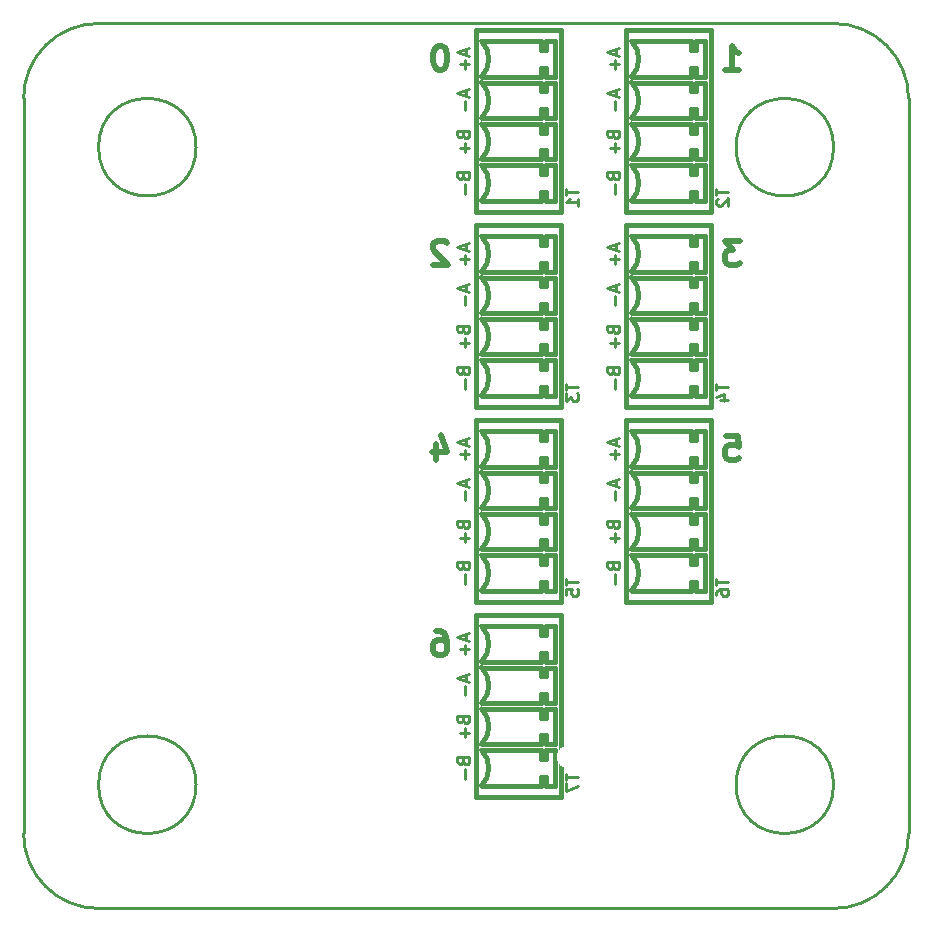
<source format=gbo>
G04 #@! TF.GenerationSoftware,KiCad,Pcbnew,6.0.0-rc1-unknown-4a641ec~66~ubuntu18.04.1*
G04 #@! TF.CreationDate,2019-02-05T16:16:11-05:00
G04 #@! TF.ProjectId,ethoscope_stepper_controller_3x3,6574686f-7363-46f7-9065-5f7374657070,1.1*
G04 #@! TF.SameCoordinates,Original*
G04 #@! TF.FileFunction,Legend,Bot*
G04 #@! TF.FilePolarity,Positive*
%FSLAX46Y46*%
G04 Gerber Fmt 4.6, Leading zero omitted, Abs format (unit mm)*
G04 Created by KiCad (PCBNEW 6.0.0-rc1-unknown-4a641ec~66~ubuntu18.04.1) date 2019-02-05 16:16:11*
%MOMM*%
%LPD*%
G04 APERTURE LIST*
%ADD10C,0.228600*%
%ADD11C,0.381000*%
%ADD12C,0.254000*%
%ADD13C,0.508000*%
%ADD14C,2.342000*%
%ADD15C,1.902000*%
%ADD16C,4.502000*%
%ADD17O,2.542000X1.526000*%
%ADD18R,2.542000X1.526000*%
%ADD19C,3.558000*%
%ADD20O,1.526000X2.034000*%
G04 APERTURE END LIST*
D10*
X189865000Y-132715000D02*
X189865000Y-70485000D01*
X121285000Y-139065000D02*
X183515000Y-139065000D01*
X114935000Y-70485000D02*
X114935000Y-132715000D01*
X121285000Y-64135000D02*
X183515000Y-64135000D01*
X189865000Y-132715000D02*
G75*
G02X183515000Y-139065000I-6350000J0D01*
G01*
X121285000Y-139065000D02*
G75*
G02X114935000Y-132715000I0J6350000D01*
G01*
X183515000Y-64135000D02*
G75*
G02X189865000Y-70485000I0J-6350000D01*
G01*
X114935000Y-70485000D02*
G75*
G02X121285000Y-64135000I6350000J0D01*
G01*
D11*
X158710000Y-79140000D02*
X158710000Y-78390000D01*
X158710000Y-78390000D02*
X159210000Y-78390000D01*
X159210000Y-78390000D02*
X159210000Y-79140000D01*
X159210000Y-79140000D02*
X159960000Y-79140000D01*
X158710000Y-76140000D02*
X158710000Y-76890000D01*
X158710000Y-76890000D02*
X159210000Y-76890000D01*
X159210000Y-76890000D02*
X159210000Y-76140000D01*
X159210000Y-76140000D02*
X159960000Y-76140000D01*
X158710000Y-75640000D02*
X158710000Y-74890000D01*
X158710000Y-74890000D02*
X159210000Y-74890000D01*
X159210000Y-74890000D02*
X159210000Y-75640000D01*
X159210000Y-75640000D02*
X159960000Y-75640000D01*
X158710000Y-72640000D02*
X158710000Y-73390000D01*
X158710000Y-73390000D02*
X159210000Y-73390000D01*
X159210000Y-73390000D02*
X159210000Y-72640000D01*
X159210000Y-72640000D02*
X159960000Y-72640000D01*
X158710000Y-72140000D02*
X158710000Y-71390000D01*
X158710000Y-71390000D02*
X159210000Y-71390000D01*
X159210000Y-71390000D02*
X159210000Y-72140000D01*
X159210000Y-72140000D02*
X159960000Y-72140000D01*
X158710000Y-69140000D02*
X158710000Y-69890000D01*
X158710000Y-69890000D02*
X159210000Y-69890000D01*
X159210000Y-69890000D02*
X159210000Y-69140000D01*
X159210000Y-69140000D02*
X159960000Y-69140000D01*
X158710000Y-67890000D02*
X159210000Y-67890000D01*
X159210000Y-67890000D02*
X159210000Y-68640000D01*
X159210000Y-68640000D02*
X159960000Y-68640000D01*
X158710000Y-66390000D02*
X159210000Y-66390000D01*
X159210000Y-66390000D02*
X159210000Y-65640000D01*
X159210000Y-65640000D02*
X159960000Y-65640000D01*
X158710000Y-68640000D02*
X158710000Y-67890000D01*
X158710000Y-65640000D02*
X158710000Y-66390000D01*
X159960000Y-76140000D02*
X159960000Y-79140000D01*
X159960000Y-72640000D02*
X159960000Y-75640000D01*
X159960000Y-69140000D02*
X159960000Y-72140000D01*
X159960000Y-65640000D02*
X159960000Y-68640000D01*
X153710000Y-65640000D02*
G75*
G02X153710000Y-68640000I-1500000J-1500000D01*
G01*
X153710000Y-69140000D02*
G75*
G02X153710000Y-72140000I-1500000J-1500000D01*
G01*
X153710000Y-72640000D02*
G75*
G02X153710000Y-75640000I-1500000J-1500000D01*
G01*
X153710000Y-76140000D02*
G75*
G02X153710000Y-79140000I-1500000J-1500000D01*
G01*
X153710000Y-65640000D02*
X158710000Y-65640000D01*
X153710000Y-79140000D02*
X158710000Y-79140000D01*
X153710000Y-68640000D02*
X158710000Y-68640000D01*
X153710000Y-69140000D02*
X158710000Y-69140000D01*
X153710000Y-75640000D02*
X158710000Y-75640000D01*
X153710000Y-76140000D02*
X158710000Y-76140000D01*
X153710000Y-72140000D02*
X158710000Y-72140000D01*
X153710000Y-72640000D02*
X158710000Y-72640000D01*
X153210000Y-64690000D02*
X160460000Y-64690000D01*
X160460000Y-80090000D02*
X160460000Y-64690000D01*
X153210000Y-80090000D02*
X160460000Y-80090000D01*
X153210000Y-80090000D02*
X153210000Y-64690000D01*
X171410000Y-79140000D02*
X171410000Y-78390000D01*
X171410000Y-78390000D02*
X171910000Y-78390000D01*
X171910000Y-78390000D02*
X171910000Y-79140000D01*
X171910000Y-79140000D02*
X172660000Y-79140000D01*
X171410000Y-76140000D02*
X171410000Y-76890000D01*
X171410000Y-76890000D02*
X171910000Y-76890000D01*
X171910000Y-76890000D02*
X171910000Y-76140000D01*
X171910000Y-76140000D02*
X172660000Y-76140000D01*
X171410000Y-75640000D02*
X171410000Y-74890000D01*
X171410000Y-74890000D02*
X171910000Y-74890000D01*
X171910000Y-74890000D02*
X171910000Y-75640000D01*
X171910000Y-75640000D02*
X172660000Y-75640000D01*
X171410000Y-72640000D02*
X171410000Y-73390000D01*
X171410000Y-73390000D02*
X171910000Y-73390000D01*
X171910000Y-73390000D02*
X171910000Y-72640000D01*
X171910000Y-72640000D02*
X172660000Y-72640000D01*
X171410000Y-72140000D02*
X171410000Y-71390000D01*
X171410000Y-71390000D02*
X171910000Y-71390000D01*
X171910000Y-71390000D02*
X171910000Y-72140000D01*
X171910000Y-72140000D02*
X172660000Y-72140000D01*
X171410000Y-69140000D02*
X171410000Y-69890000D01*
X171410000Y-69890000D02*
X171910000Y-69890000D01*
X171910000Y-69890000D02*
X171910000Y-69140000D01*
X171910000Y-69140000D02*
X172660000Y-69140000D01*
X171410000Y-67890000D02*
X171910000Y-67890000D01*
X171910000Y-67890000D02*
X171910000Y-68640000D01*
X171910000Y-68640000D02*
X172660000Y-68640000D01*
X171410000Y-66390000D02*
X171910000Y-66390000D01*
X171910000Y-66390000D02*
X171910000Y-65640000D01*
X171910000Y-65640000D02*
X172660000Y-65640000D01*
X171410000Y-68640000D02*
X171410000Y-67890000D01*
X171410000Y-65640000D02*
X171410000Y-66390000D01*
X172660000Y-76140000D02*
X172660000Y-79140000D01*
X172660000Y-72640000D02*
X172660000Y-75640000D01*
X172660000Y-69140000D02*
X172660000Y-72140000D01*
X172660000Y-65640000D02*
X172660000Y-68640000D01*
X166410000Y-65640000D02*
G75*
G02X166410000Y-68640000I-1500000J-1500000D01*
G01*
X166410000Y-69140000D02*
G75*
G02X166410000Y-72140000I-1500000J-1500000D01*
G01*
X166410000Y-72640000D02*
G75*
G02X166410000Y-75640000I-1500000J-1500000D01*
G01*
X166410000Y-76140000D02*
G75*
G02X166410000Y-79140000I-1500000J-1500000D01*
G01*
X166410000Y-65640000D02*
X171410000Y-65640000D01*
X166410000Y-79140000D02*
X171410000Y-79140000D01*
X166410000Y-68640000D02*
X171410000Y-68640000D01*
X166410000Y-69140000D02*
X171410000Y-69140000D01*
X166410000Y-75640000D02*
X171410000Y-75640000D01*
X166410000Y-76140000D02*
X171410000Y-76140000D01*
X166410000Y-72140000D02*
X171410000Y-72140000D01*
X166410000Y-72640000D02*
X171410000Y-72640000D01*
X165910000Y-64690000D02*
X173160000Y-64690000D01*
X173160000Y-80090000D02*
X173160000Y-64690000D01*
X165910000Y-80090000D02*
X173160000Y-80090000D01*
X165910000Y-80090000D02*
X165910000Y-64690000D01*
X158710000Y-95650000D02*
X158710000Y-94900000D01*
X158710000Y-94900000D02*
X159210000Y-94900000D01*
X159210000Y-94900000D02*
X159210000Y-95650000D01*
X159210000Y-95650000D02*
X159960000Y-95650000D01*
X158710000Y-92650000D02*
X158710000Y-93400000D01*
X158710000Y-93400000D02*
X159210000Y-93400000D01*
X159210000Y-93400000D02*
X159210000Y-92650000D01*
X159210000Y-92650000D02*
X159960000Y-92650000D01*
X158710000Y-92150000D02*
X158710000Y-91400000D01*
X158710000Y-91400000D02*
X159210000Y-91400000D01*
X159210000Y-91400000D02*
X159210000Y-92150000D01*
X159210000Y-92150000D02*
X159960000Y-92150000D01*
X158710000Y-89150000D02*
X158710000Y-89900000D01*
X158710000Y-89900000D02*
X159210000Y-89900000D01*
X159210000Y-89900000D02*
X159210000Y-89150000D01*
X159210000Y-89150000D02*
X159960000Y-89150000D01*
X158710000Y-88650000D02*
X158710000Y-87900000D01*
X158710000Y-87900000D02*
X159210000Y-87900000D01*
X159210000Y-87900000D02*
X159210000Y-88650000D01*
X159210000Y-88650000D02*
X159960000Y-88650000D01*
X158710000Y-85650000D02*
X158710000Y-86400000D01*
X158710000Y-86400000D02*
X159210000Y-86400000D01*
X159210000Y-86400000D02*
X159210000Y-85650000D01*
X159210000Y-85650000D02*
X159960000Y-85650000D01*
X158710000Y-84400000D02*
X159210000Y-84400000D01*
X159210000Y-84400000D02*
X159210000Y-85150000D01*
X159210000Y-85150000D02*
X159960000Y-85150000D01*
X158710000Y-82900000D02*
X159210000Y-82900000D01*
X159210000Y-82900000D02*
X159210000Y-82150000D01*
X159210000Y-82150000D02*
X159960000Y-82150000D01*
X158710000Y-85150000D02*
X158710000Y-84400000D01*
X158710000Y-82150000D02*
X158710000Y-82900000D01*
X159960000Y-92650000D02*
X159960000Y-95650000D01*
X159960000Y-89150000D02*
X159960000Y-92150000D01*
X159960000Y-85650000D02*
X159960000Y-88650000D01*
X159960000Y-82150000D02*
X159960000Y-85150000D01*
X153710000Y-82150000D02*
G75*
G02X153710000Y-85150000I-1500000J-1500000D01*
G01*
X153710000Y-85650000D02*
G75*
G02X153710000Y-88650000I-1500000J-1500000D01*
G01*
X153710000Y-89150000D02*
G75*
G02X153710000Y-92150000I-1500000J-1500000D01*
G01*
X153710000Y-92650000D02*
G75*
G02X153710000Y-95650000I-1500000J-1500000D01*
G01*
X153710000Y-82150000D02*
X158710000Y-82150000D01*
X153710000Y-95650000D02*
X158710000Y-95650000D01*
X153710000Y-85150000D02*
X158710000Y-85150000D01*
X153710000Y-85650000D02*
X158710000Y-85650000D01*
X153710000Y-92150000D02*
X158710000Y-92150000D01*
X153710000Y-92650000D02*
X158710000Y-92650000D01*
X153710000Y-88650000D02*
X158710000Y-88650000D01*
X153710000Y-89150000D02*
X158710000Y-89150000D01*
X153210000Y-81200000D02*
X160460000Y-81200000D01*
X160460000Y-96600000D02*
X160460000Y-81200000D01*
X153210000Y-96600000D02*
X160460000Y-96600000D01*
X153210000Y-96600000D02*
X153210000Y-81200000D01*
X171410000Y-95650000D02*
X171410000Y-94900000D01*
X171410000Y-94900000D02*
X171910000Y-94900000D01*
X171910000Y-94900000D02*
X171910000Y-95650000D01*
X171910000Y-95650000D02*
X172660000Y-95650000D01*
X171410000Y-92650000D02*
X171410000Y-93400000D01*
X171410000Y-93400000D02*
X171910000Y-93400000D01*
X171910000Y-93400000D02*
X171910000Y-92650000D01*
X171910000Y-92650000D02*
X172660000Y-92650000D01*
X171410000Y-92150000D02*
X171410000Y-91400000D01*
X171410000Y-91400000D02*
X171910000Y-91400000D01*
X171910000Y-91400000D02*
X171910000Y-92150000D01*
X171910000Y-92150000D02*
X172660000Y-92150000D01*
X171410000Y-89150000D02*
X171410000Y-89900000D01*
X171410000Y-89900000D02*
X171910000Y-89900000D01*
X171910000Y-89900000D02*
X171910000Y-89150000D01*
X171910000Y-89150000D02*
X172660000Y-89150000D01*
X171410000Y-88650000D02*
X171410000Y-87900000D01*
X171410000Y-87900000D02*
X171910000Y-87900000D01*
X171910000Y-87900000D02*
X171910000Y-88650000D01*
X171910000Y-88650000D02*
X172660000Y-88650000D01*
X171410000Y-85650000D02*
X171410000Y-86400000D01*
X171410000Y-86400000D02*
X171910000Y-86400000D01*
X171910000Y-86400000D02*
X171910000Y-85650000D01*
X171910000Y-85650000D02*
X172660000Y-85650000D01*
X171410000Y-84400000D02*
X171910000Y-84400000D01*
X171910000Y-84400000D02*
X171910000Y-85150000D01*
X171910000Y-85150000D02*
X172660000Y-85150000D01*
X171410000Y-82900000D02*
X171910000Y-82900000D01*
X171910000Y-82900000D02*
X171910000Y-82150000D01*
X171910000Y-82150000D02*
X172660000Y-82150000D01*
X171410000Y-85150000D02*
X171410000Y-84400000D01*
X171410000Y-82150000D02*
X171410000Y-82900000D01*
X172660000Y-92650000D02*
X172660000Y-95650000D01*
X172660000Y-89150000D02*
X172660000Y-92150000D01*
X172660000Y-85650000D02*
X172660000Y-88650000D01*
X172660000Y-82150000D02*
X172660000Y-85150000D01*
X166410000Y-82150000D02*
G75*
G02X166410000Y-85150000I-1500000J-1500000D01*
G01*
X166410000Y-85650000D02*
G75*
G02X166410000Y-88650000I-1500000J-1500000D01*
G01*
X166410000Y-89150000D02*
G75*
G02X166410000Y-92150000I-1500000J-1500000D01*
G01*
X166410000Y-92650000D02*
G75*
G02X166410000Y-95650000I-1500000J-1500000D01*
G01*
X166410000Y-82150000D02*
X171410000Y-82150000D01*
X166410000Y-95650000D02*
X171410000Y-95650000D01*
X166410000Y-85150000D02*
X171410000Y-85150000D01*
X166410000Y-85650000D02*
X171410000Y-85650000D01*
X166410000Y-92150000D02*
X171410000Y-92150000D01*
X166410000Y-92650000D02*
X171410000Y-92650000D01*
X166410000Y-88650000D02*
X171410000Y-88650000D01*
X166410000Y-89150000D02*
X171410000Y-89150000D01*
X165910000Y-81200000D02*
X173160000Y-81200000D01*
X173160000Y-96600000D02*
X173160000Y-81200000D01*
X165910000Y-96600000D02*
X173160000Y-96600000D01*
X165910000Y-96600000D02*
X165910000Y-81200000D01*
X158710000Y-112160000D02*
X158710000Y-111410000D01*
X158710000Y-111410000D02*
X159210000Y-111410000D01*
X159210000Y-111410000D02*
X159210000Y-112160000D01*
X159210000Y-112160000D02*
X159960000Y-112160000D01*
X158710000Y-109160000D02*
X158710000Y-109910000D01*
X158710000Y-109910000D02*
X159210000Y-109910000D01*
X159210000Y-109910000D02*
X159210000Y-109160000D01*
X159210000Y-109160000D02*
X159960000Y-109160000D01*
X158710000Y-108660000D02*
X158710000Y-107910000D01*
X158710000Y-107910000D02*
X159210000Y-107910000D01*
X159210000Y-107910000D02*
X159210000Y-108660000D01*
X159210000Y-108660000D02*
X159960000Y-108660000D01*
X158710000Y-105660000D02*
X158710000Y-106410000D01*
X158710000Y-106410000D02*
X159210000Y-106410000D01*
X159210000Y-106410000D02*
X159210000Y-105660000D01*
X159210000Y-105660000D02*
X159960000Y-105660000D01*
X158710000Y-105160000D02*
X158710000Y-104410000D01*
X158710000Y-104410000D02*
X159210000Y-104410000D01*
X159210000Y-104410000D02*
X159210000Y-105160000D01*
X159210000Y-105160000D02*
X159960000Y-105160000D01*
X158710000Y-102160000D02*
X158710000Y-102910000D01*
X158710000Y-102910000D02*
X159210000Y-102910000D01*
X159210000Y-102910000D02*
X159210000Y-102160000D01*
X159210000Y-102160000D02*
X159960000Y-102160000D01*
X158710000Y-100910000D02*
X159210000Y-100910000D01*
X159210000Y-100910000D02*
X159210000Y-101660000D01*
X159210000Y-101660000D02*
X159960000Y-101660000D01*
X158710000Y-99410000D02*
X159210000Y-99410000D01*
X159210000Y-99410000D02*
X159210000Y-98660000D01*
X159210000Y-98660000D02*
X159960000Y-98660000D01*
X158710000Y-101660000D02*
X158710000Y-100910000D01*
X158710000Y-98660000D02*
X158710000Y-99410000D01*
X159960000Y-109160000D02*
X159960000Y-112160000D01*
X159960000Y-105660000D02*
X159960000Y-108660000D01*
X159960000Y-102160000D02*
X159960000Y-105160000D01*
X159960000Y-98660000D02*
X159960000Y-101660000D01*
X153710000Y-98660000D02*
G75*
G02X153710000Y-101660000I-1500000J-1500000D01*
G01*
X153710000Y-102160000D02*
G75*
G02X153710000Y-105160000I-1500000J-1500000D01*
G01*
X153710000Y-105660000D02*
G75*
G02X153710000Y-108660000I-1500000J-1500000D01*
G01*
X153710000Y-109160000D02*
G75*
G02X153710000Y-112160000I-1500000J-1500000D01*
G01*
X153710000Y-98660000D02*
X158710000Y-98660000D01*
X153710000Y-112160000D02*
X158710000Y-112160000D01*
X153710000Y-101660000D02*
X158710000Y-101660000D01*
X153710000Y-102160000D02*
X158710000Y-102160000D01*
X153710000Y-108660000D02*
X158710000Y-108660000D01*
X153710000Y-109160000D02*
X158710000Y-109160000D01*
X153710000Y-105160000D02*
X158710000Y-105160000D01*
X153710000Y-105660000D02*
X158710000Y-105660000D01*
X153210000Y-97710000D02*
X160460000Y-97710000D01*
X160460000Y-113110000D02*
X160460000Y-97710000D01*
X153210000Y-113110000D02*
X160460000Y-113110000D01*
X153210000Y-113110000D02*
X153210000Y-97710000D01*
X171410000Y-112160000D02*
X171410000Y-111410000D01*
X171410000Y-111410000D02*
X171910000Y-111410000D01*
X171910000Y-111410000D02*
X171910000Y-112160000D01*
X171910000Y-112160000D02*
X172660000Y-112160000D01*
X171410000Y-109160000D02*
X171410000Y-109910000D01*
X171410000Y-109910000D02*
X171910000Y-109910000D01*
X171910000Y-109910000D02*
X171910000Y-109160000D01*
X171910000Y-109160000D02*
X172660000Y-109160000D01*
X171410000Y-108660000D02*
X171410000Y-107910000D01*
X171410000Y-107910000D02*
X171910000Y-107910000D01*
X171910000Y-107910000D02*
X171910000Y-108660000D01*
X171910000Y-108660000D02*
X172660000Y-108660000D01*
X171410000Y-105660000D02*
X171410000Y-106410000D01*
X171410000Y-106410000D02*
X171910000Y-106410000D01*
X171910000Y-106410000D02*
X171910000Y-105660000D01*
X171910000Y-105660000D02*
X172660000Y-105660000D01*
X171410000Y-105160000D02*
X171410000Y-104410000D01*
X171410000Y-104410000D02*
X171910000Y-104410000D01*
X171910000Y-104410000D02*
X171910000Y-105160000D01*
X171910000Y-105160000D02*
X172660000Y-105160000D01*
X171410000Y-102160000D02*
X171410000Y-102910000D01*
X171410000Y-102910000D02*
X171910000Y-102910000D01*
X171910000Y-102910000D02*
X171910000Y-102160000D01*
X171910000Y-102160000D02*
X172660000Y-102160000D01*
X171410000Y-100910000D02*
X171910000Y-100910000D01*
X171910000Y-100910000D02*
X171910000Y-101660000D01*
X171910000Y-101660000D02*
X172660000Y-101660000D01*
X171410000Y-99410000D02*
X171910000Y-99410000D01*
X171910000Y-99410000D02*
X171910000Y-98660000D01*
X171910000Y-98660000D02*
X172660000Y-98660000D01*
X171410000Y-101660000D02*
X171410000Y-100910000D01*
X171410000Y-98660000D02*
X171410000Y-99410000D01*
X172660000Y-109160000D02*
X172660000Y-112160000D01*
X172660000Y-105660000D02*
X172660000Y-108660000D01*
X172660000Y-102160000D02*
X172660000Y-105160000D01*
X172660000Y-98660000D02*
X172660000Y-101660000D01*
X166410000Y-98660000D02*
G75*
G02X166410000Y-101660000I-1500000J-1500000D01*
G01*
X166410000Y-102160000D02*
G75*
G02X166410000Y-105160000I-1500000J-1500000D01*
G01*
X166410000Y-105660000D02*
G75*
G02X166410000Y-108660000I-1500000J-1500000D01*
G01*
X166410000Y-109160000D02*
G75*
G02X166410000Y-112160000I-1500000J-1500000D01*
G01*
X166410000Y-98660000D02*
X171410000Y-98660000D01*
X166410000Y-112160000D02*
X171410000Y-112160000D01*
X166410000Y-101660000D02*
X171410000Y-101660000D01*
X166410000Y-102160000D02*
X171410000Y-102160000D01*
X166410000Y-108660000D02*
X171410000Y-108660000D01*
X166410000Y-109160000D02*
X171410000Y-109160000D01*
X166410000Y-105160000D02*
X171410000Y-105160000D01*
X166410000Y-105660000D02*
X171410000Y-105660000D01*
X165910000Y-97710000D02*
X173160000Y-97710000D01*
X173160000Y-113110000D02*
X173160000Y-97710000D01*
X165910000Y-113110000D02*
X173160000Y-113110000D01*
X165910000Y-113110000D02*
X165910000Y-97710000D01*
X158710000Y-128670000D02*
X158710000Y-127920000D01*
X158710000Y-127920000D02*
X159210000Y-127920000D01*
X159210000Y-127920000D02*
X159210000Y-128670000D01*
X159210000Y-128670000D02*
X159960000Y-128670000D01*
X158710000Y-125670000D02*
X158710000Y-126420000D01*
X158710000Y-126420000D02*
X159210000Y-126420000D01*
X159210000Y-126420000D02*
X159210000Y-125670000D01*
X159210000Y-125670000D02*
X159960000Y-125670000D01*
X158710000Y-125170000D02*
X158710000Y-124420000D01*
X158710000Y-124420000D02*
X159210000Y-124420000D01*
X159210000Y-124420000D02*
X159210000Y-125170000D01*
X159210000Y-125170000D02*
X159960000Y-125170000D01*
X158710000Y-122170000D02*
X158710000Y-122920000D01*
X158710000Y-122920000D02*
X159210000Y-122920000D01*
X159210000Y-122920000D02*
X159210000Y-122170000D01*
X159210000Y-122170000D02*
X159960000Y-122170000D01*
X158710000Y-121670000D02*
X158710000Y-120920000D01*
X158710000Y-120920000D02*
X159210000Y-120920000D01*
X159210000Y-120920000D02*
X159210000Y-121670000D01*
X159210000Y-121670000D02*
X159960000Y-121670000D01*
X158710000Y-118670000D02*
X158710000Y-119420000D01*
X158710000Y-119420000D02*
X159210000Y-119420000D01*
X159210000Y-119420000D02*
X159210000Y-118670000D01*
X159210000Y-118670000D02*
X159960000Y-118670000D01*
X158710000Y-117420000D02*
X159210000Y-117420000D01*
X159210000Y-117420000D02*
X159210000Y-118170000D01*
X159210000Y-118170000D02*
X159960000Y-118170000D01*
X158710000Y-115920000D02*
X159210000Y-115920000D01*
X159210000Y-115920000D02*
X159210000Y-115170000D01*
X159210000Y-115170000D02*
X159960000Y-115170000D01*
X158710000Y-118170000D02*
X158710000Y-117420000D01*
X158710000Y-115170000D02*
X158710000Y-115920000D01*
X159960000Y-125670000D02*
X159960000Y-128670000D01*
X159960000Y-122170000D02*
X159960000Y-125170000D01*
X159960000Y-118670000D02*
X159960000Y-121670000D01*
X159960000Y-115170000D02*
X159960000Y-118170000D01*
X153710000Y-115170000D02*
G75*
G02X153710000Y-118170000I-1500000J-1500000D01*
G01*
X153710000Y-118670000D02*
G75*
G02X153710000Y-121670000I-1500000J-1500000D01*
G01*
X153710000Y-122170000D02*
G75*
G02X153710000Y-125170000I-1500000J-1500000D01*
G01*
X153710000Y-125670000D02*
G75*
G02X153710000Y-128670000I-1500000J-1500000D01*
G01*
X153710000Y-115170000D02*
X158710000Y-115170000D01*
X153710000Y-128670000D02*
X158710000Y-128670000D01*
X153710000Y-118170000D02*
X158710000Y-118170000D01*
X153710000Y-118670000D02*
X158710000Y-118670000D01*
X153710000Y-125170000D02*
X158710000Y-125170000D01*
X153710000Y-125670000D02*
X158710000Y-125670000D01*
X153710000Y-121670000D02*
X158710000Y-121670000D01*
X153710000Y-122170000D02*
X158710000Y-122170000D01*
X153210000Y-114220000D02*
X160460000Y-114220000D01*
X160460000Y-129620000D02*
X160460000Y-114220000D01*
X153210000Y-129620000D02*
X160460000Y-129620000D01*
X153210000Y-129620000D02*
X153210000Y-114220000D01*
D10*
X183515500Y-128588000D02*
G75*
G03X183515500Y-128588000I-4127500J0D01*
G01*
X129539500Y-128588000D02*
G75*
G03X129539500Y-128588000I-4127500J0D01*
G01*
X129539500Y-74612500D02*
G75*
G03X129539500Y-74612500I-4127500J0D01*
G01*
X183515500Y-74612500D02*
G75*
G03X183515500Y-74612500I-4127500J0D01*
G01*
D12*
X160903619Y-78115904D02*
X160903619Y-78696476D01*
X161919619Y-78406190D02*
X160903619Y-78406190D01*
X161919619Y-79567333D02*
X161919619Y-78986761D01*
X161919619Y-79277047D02*
X160903619Y-79277047D01*
X161048761Y-79180285D01*
X161145523Y-79083523D01*
X161193904Y-78986761D01*
D13*
X150306761Y-66027238D02*
X150113238Y-66027238D01*
X149919714Y-66124000D01*
X149822952Y-66220761D01*
X149726190Y-66414285D01*
X149629428Y-66801333D01*
X149629428Y-67285142D01*
X149726190Y-67672190D01*
X149822952Y-67865714D01*
X149919714Y-67962476D01*
X150113238Y-68059238D01*
X150306761Y-68059238D01*
X150500285Y-67962476D01*
X150597047Y-67865714D01*
X150693809Y-67672190D01*
X150790571Y-67285142D01*
X150790571Y-66801333D01*
X150693809Y-66414285D01*
X150597047Y-66220761D01*
X150500285Y-66124000D01*
X150306761Y-66027238D01*
X150306761Y-66027238D02*
X150113238Y-66027238D01*
X149919714Y-66124000D01*
X149822952Y-66220761D01*
X149726190Y-66414285D01*
X149629428Y-66801333D01*
X149629428Y-67285142D01*
X149726190Y-67672190D01*
X149822952Y-67865714D01*
X149919714Y-67962476D01*
X150113238Y-68059238D01*
X150306761Y-68059238D01*
X150500285Y-67962476D01*
X150597047Y-67865714D01*
X150693809Y-67672190D01*
X150790571Y-67285142D01*
X150790571Y-66801333D01*
X150693809Y-66414285D01*
X150597047Y-66220761D01*
X150500285Y-66124000D01*
X150306761Y-66027238D01*
D12*
X152379333Y-66269142D02*
X152379333Y-66752952D01*
X152669619Y-66172380D02*
X151653619Y-66511047D01*
X152669619Y-66849714D01*
X152282571Y-67188380D02*
X152282571Y-67962476D01*
X152669619Y-67575428D02*
X151895523Y-67575428D01*
X152379333Y-69769142D02*
X152379333Y-70252952D01*
X152669619Y-69672380D02*
X151653619Y-70011047D01*
X152669619Y-70349714D01*
X152282571Y-70688380D02*
X152282571Y-71462476D01*
X152137428Y-73583619D02*
X152185809Y-73728761D01*
X152234190Y-73777142D01*
X152330952Y-73825523D01*
X152476095Y-73825523D01*
X152572857Y-73777142D01*
X152621238Y-73728761D01*
X152669619Y-73632000D01*
X152669619Y-73244952D01*
X151653619Y-73244952D01*
X151653619Y-73583619D01*
X151702000Y-73680380D01*
X151750380Y-73728761D01*
X151847142Y-73777142D01*
X151943904Y-73777142D01*
X152040666Y-73728761D01*
X152089047Y-73680380D01*
X152137428Y-73583619D01*
X152137428Y-73244952D01*
X152282571Y-74260952D02*
X152282571Y-75035047D01*
X152669619Y-74648000D02*
X151895523Y-74648000D01*
X152137428Y-77083619D02*
X152185809Y-77228761D01*
X152234190Y-77277142D01*
X152330952Y-77325523D01*
X152476095Y-77325523D01*
X152572857Y-77277142D01*
X152621238Y-77228761D01*
X152669619Y-77132000D01*
X152669619Y-76744952D01*
X151653619Y-76744952D01*
X151653619Y-77083619D01*
X151702000Y-77180380D01*
X151750380Y-77228761D01*
X151847142Y-77277142D01*
X151943904Y-77277142D01*
X152040666Y-77228761D01*
X152089047Y-77180380D01*
X152137428Y-77083619D01*
X152137428Y-76744952D01*
X152282571Y-77760952D02*
X152282571Y-78535047D01*
X173603619Y-78115904D02*
X173603619Y-78696476D01*
X174619619Y-78406190D02*
X173603619Y-78406190D01*
X173700380Y-78986761D02*
X173652000Y-79035142D01*
X173603619Y-79131904D01*
X173603619Y-79373809D01*
X173652000Y-79470571D01*
X173700380Y-79518952D01*
X173797142Y-79567333D01*
X173893904Y-79567333D01*
X174039047Y-79518952D01*
X174619619Y-78938380D01*
X174619619Y-79567333D01*
X165079333Y-66269142D02*
X165079333Y-66752952D01*
X165369619Y-66172380D02*
X164353619Y-66511047D01*
X165369619Y-66849714D01*
X164982571Y-67188380D02*
X164982571Y-67962476D01*
X165369619Y-67575428D02*
X164595523Y-67575428D01*
X165079333Y-69769142D02*
X165079333Y-70252952D01*
X165369619Y-69672380D02*
X164353619Y-70011047D01*
X165369619Y-70349714D01*
X164982571Y-70688380D02*
X164982571Y-71462476D01*
X164837428Y-73583619D02*
X164885809Y-73728761D01*
X164934190Y-73777142D01*
X165030952Y-73825523D01*
X165176095Y-73825523D01*
X165272857Y-73777142D01*
X165321238Y-73728761D01*
X165369619Y-73632000D01*
X165369619Y-73244952D01*
X164353619Y-73244952D01*
X164353619Y-73583619D01*
X164402000Y-73680380D01*
X164450380Y-73728761D01*
X164547142Y-73777142D01*
X164643904Y-73777142D01*
X164740666Y-73728761D01*
X164789047Y-73680380D01*
X164837428Y-73583619D01*
X164837428Y-73244952D01*
X164982571Y-74260952D02*
X164982571Y-75035047D01*
X165369619Y-74648000D02*
X164595523Y-74648000D01*
X164837428Y-77083619D02*
X164885809Y-77228761D01*
X164934190Y-77277142D01*
X165030952Y-77325523D01*
X165176095Y-77325523D01*
X165272857Y-77277142D01*
X165321238Y-77228761D01*
X165369619Y-77132000D01*
X165369619Y-76744952D01*
X164353619Y-76744952D01*
X164353619Y-77083619D01*
X164402000Y-77180380D01*
X164450380Y-77228761D01*
X164547142Y-77277142D01*
X164643904Y-77277142D01*
X164740666Y-77228761D01*
X164789047Y-77180380D01*
X164837428Y-77083619D01*
X164837428Y-76744952D01*
X164982571Y-77760952D02*
X164982571Y-78535047D01*
D13*
X174329428Y-68059238D02*
X175490571Y-68059238D01*
X174910000Y-68059238D02*
X174910000Y-66027238D01*
X175103523Y-66317523D01*
X175297047Y-66511047D01*
X175490571Y-66607809D01*
D12*
X160903619Y-94625904D02*
X160903619Y-95206476D01*
X161919619Y-94916190D02*
X160903619Y-94916190D01*
X160903619Y-95448380D02*
X160903619Y-96077333D01*
X161290666Y-95738666D01*
X161290666Y-95883809D01*
X161339047Y-95980571D01*
X161387428Y-96028952D01*
X161484190Y-96077333D01*
X161726095Y-96077333D01*
X161822857Y-96028952D01*
X161871238Y-95980571D01*
X161919619Y-95883809D01*
X161919619Y-95593523D01*
X161871238Y-95496761D01*
X161822857Y-95448380D01*
X152379333Y-82779142D02*
X152379333Y-83262952D01*
X152669619Y-82682380D02*
X151653619Y-83021047D01*
X152669619Y-83359714D01*
X152282571Y-83698380D02*
X152282571Y-84472476D01*
X152669619Y-84085428D02*
X151895523Y-84085428D01*
X152379333Y-86279142D02*
X152379333Y-86762952D01*
X152669619Y-86182380D02*
X151653619Y-86521047D01*
X152669619Y-86859714D01*
X152282571Y-87198380D02*
X152282571Y-87972476D01*
X152137428Y-90093619D02*
X152185809Y-90238761D01*
X152234190Y-90287142D01*
X152330952Y-90335523D01*
X152476095Y-90335523D01*
X152572857Y-90287142D01*
X152621238Y-90238761D01*
X152669619Y-90142000D01*
X152669619Y-89754952D01*
X151653619Y-89754952D01*
X151653619Y-90093619D01*
X151702000Y-90190380D01*
X151750380Y-90238761D01*
X151847142Y-90287142D01*
X151943904Y-90287142D01*
X152040666Y-90238761D01*
X152089047Y-90190380D01*
X152137428Y-90093619D01*
X152137428Y-89754952D01*
X152282571Y-90770952D02*
X152282571Y-91545047D01*
X152669619Y-91158000D02*
X151895523Y-91158000D01*
X152137428Y-93593619D02*
X152185809Y-93738761D01*
X152234190Y-93787142D01*
X152330952Y-93835523D01*
X152476095Y-93835523D01*
X152572857Y-93787142D01*
X152621238Y-93738761D01*
X152669619Y-93642000D01*
X152669619Y-93254952D01*
X151653619Y-93254952D01*
X151653619Y-93593619D01*
X151702000Y-93690380D01*
X151750380Y-93738761D01*
X151847142Y-93787142D01*
X151943904Y-93787142D01*
X152040666Y-93738761D01*
X152089047Y-93690380D01*
X152137428Y-93593619D01*
X152137428Y-93254952D01*
X152282571Y-94270952D02*
X152282571Y-95045047D01*
D13*
X150790571Y-82730761D02*
X150693809Y-82634000D01*
X150500285Y-82537238D01*
X150016476Y-82537238D01*
X149822952Y-82634000D01*
X149726190Y-82730761D01*
X149629428Y-82924285D01*
X149629428Y-83117809D01*
X149726190Y-83408095D01*
X150887333Y-84569238D01*
X149629428Y-84569238D01*
D12*
X173603619Y-94625904D02*
X173603619Y-95206476D01*
X174619619Y-94916190D02*
X173603619Y-94916190D01*
X173942285Y-95980571D02*
X174619619Y-95980571D01*
X173555238Y-95738666D02*
X174280952Y-95496761D01*
X174280952Y-96125714D01*
X165079333Y-82779142D02*
X165079333Y-83262952D01*
X165369619Y-82682380D02*
X164353619Y-83021047D01*
X165369619Y-83359714D01*
X164982571Y-83698380D02*
X164982571Y-84472476D01*
X165369619Y-84085428D02*
X164595523Y-84085428D01*
X165079333Y-86279142D02*
X165079333Y-86762952D01*
X165369619Y-86182380D02*
X164353619Y-86521047D01*
X165369619Y-86859714D01*
X164982571Y-87198380D02*
X164982571Y-87972476D01*
X164837428Y-90093619D02*
X164885809Y-90238761D01*
X164934190Y-90287142D01*
X165030952Y-90335523D01*
X165176095Y-90335523D01*
X165272857Y-90287142D01*
X165321238Y-90238761D01*
X165369619Y-90142000D01*
X165369619Y-89754952D01*
X164353619Y-89754952D01*
X164353619Y-90093619D01*
X164402000Y-90190380D01*
X164450380Y-90238761D01*
X164547142Y-90287142D01*
X164643904Y-90287142D01*
X164740666Y-90238761D01*
X164789047Y-90190380D01*
X164837428Y-90093619D01*
X164837428Y-89754952D01*
X164982571Y-90770952D02*
X164982571Y-91545047D01*
X165369619Y-91158000D02*
X164595523Y-91158000D01*
X164837428Y-93593619D02*
X164885809Y-93738761D01*
X164934190Y-93787142D01*
X165030952Y-93835523D01*
X165176095Y-93835523D01*
X165272857Y-93787142D01*
X165321238Y-93738761D01*
X165369619Y-93642000D01*
X165369619Y-93254952D01*
X164353619Y-93254952D01*
X164353619Y-93593619D01*
X164402000Y-93690380D01*
X164450380Y-93738761D01*
X164547142Y-93787142D01*
X164643904Y-93787142D01*
X164740666Y-93738761D01*
X164789047Y-93690380D01*
X164837428Y-93593619D01*
X164837428Y-93254952D01*
X164982571Y-94270952D02*
X164982571Y-95045047D01*
D13*
X175587333Y-82537238D02*
X174329428Y-82537238D01*
X175006761Y-83311333D01*
X174716476Y-83311333D01*
X174522952Y-83408095D01*
X174426190Y-83504857D01*
X174329428Y-83698380D01*
X174329428Y-84182190D01*
X174426190Y-84375714D01*
X174522952Y-84472476D01*
X174716476Y-84569238D01*
X175297047Y-84569238D01*
X175490571Y-84472476D01*
X175587333Y-84375714D01*
D12*
X160903619Y-111135904D02*
X160903619Y-111716476D01*
X161919619Y-111426190D02*
X160903619Y-111426190D01*
X160903619Y-112538952D02*
X160903619Y-112055142D01*
X161387428Y-112006761D01*
X161339047Y-112055142D01*
X161290666Y-112151904D01*
X161290666Y-112393809D01*
X161339047Y-112490571D01*
X161387428Y-112538952D01*
X161484190Y-112587333D01*
X161726095Y-112587333D01*
X161822857Y-112538952D01*
X161871238Y-112490571D01*
X161919619Y-112393809D01*
X161919619Y-112151904D01*
X161871238Y-112055142D01*
X161822857Y-112006761D01*
X152379333Y-99289142D02*
X152379333Y-99772952D01*
X152669619Y-99192380D02*
X151653619Y-99531047D01*
X152669619Y-99869714D01*
X152282571Y-100208380D02*
X152282571Y-100982476D01*
X152669619Y-100595428D02*
X151895523Y-100595428D01*
X152379333Y-102789142D02*
X152379333Y-103272952D01*
X152669619Y-102692380D02*
X151653619Y-103031047D01*
X152669619Y-103369714D01*
X152282571Y-103708380D02*
X152282571Y-104482476D01*
X152137428Y-106603619D02*
X152185809Y-106748761D01*
X152234190Y-106797142D01*
X152330952Y-106845523D01*
X152476095Y-106845523D01*
X152572857Y-106797142D01*
X152621238Y-106748761D01*
X152669619Y-106652000D01*
X152669619Y-106264952D01*
X151653619Y-106264952D01*
X151653619Y-106603619D01*
X151702000Y-106700380D01*
X151750380Y-106748761D01*
X151847142Y-106797142D01*
X151943904Y-106797142D01*
X152040666Y-106748761D01*
X152089047Y-106700380D01*
X152137428Y-106603619D01*
X152137428Y-106264952D01*
X152282571Y-107280952D02*
X152282571Y-108055047D01*
X152669619Y-107668000D02*
X151895523Y-107668000D01*
X152137428Y-110103619D02*
X152185809Y-110248761D01*
X152234190Y-110297142D01*
X152330952Y-110345523D01*
X152476095Y-110345523D01*
X152572857Y-110297142D01*
X152621238Y-110248761D01*
X152669619Y-110152000D01*
X152669619Y-109764952D01*
X151653619Y-109764952D01*
X151653619Y-110103619D01*
X151702000Y-110200380D01*
X151750380Y-110248761D01*
X151847142Y-110297142D01*
X151943904Y-110297142D01*
X152040666Y-110248761D01*
X152089047Y-110200380D01*
X152137428Y-110103619D01*
X152137428Y-109764952D01*
X152282571Y-110780952D02*
X152282571Y-111555047D01*
D13*
X149822952Y-99724571D02*
X149822952Y-101079238D01*
X150306761Y-98950476D02*
X150790571Y-100401904D01*
X149532666Y-100401904D01*
D12*
X173603619Y-111135904D02*
X173603619Y-111716476D01*
X174619619Y-111426190D02*
X173603619Y-111426190D01*
X173603619Y-112490571D02*
X173603619Y-112297047D01*
X173652000Y-112200285D01*
X173700380Y-112151904D01*
X173845523Y-112055142D01*
X174039047Y-112006761D01*
X174426095Y-112006761D01*
X174522857Y-112055142D01*
X174571238Y-112103523D01*
X174619619Y-112200285D01*
X174619619Y-112393809D01*
X174571238Y-112490571D01*
X174522857Y-112538952D01*
X174426095Y-112587333D01*
X174184190Y-112587333D01*
X174087428Y-112538952D01*
X174039047Y-112490571D01*
X173990666Y-112393809D01*
X173990666Y-112200285D01*
X174039047Y-112103523D01*
X174087428Y-112055142D01*
X174184190Y-112006761D01*
X165079333Y-99289142D02*
X165079333Y-99772952D01*
X165369619Y-99192380D02*
X164353619Y-99531047D01*
X165369619Y-99869714D01*
X164982571Y-100208380D02*
X164982571Y-100982476D01*
X165369619Y-100595428D02*
X164595523Y-100595428D01*
X165079333Y-102789142D02*
X165079333Y-103272952D01*
X165369619Y-102692380D02*
X164353619Y-103031047D01*
X165369619Y-103369714D01*
X164982571Y-103708380D02*
X164982571Y-104482476D01*
X164837428Y-106603619D02*
X164885809Y-106748761D01*
X164934190Y-106797142D01*
X165030952Y-106845523D01*
X165176095Y-106845523D01*
X165272857Y-106797142D01*
X165321238Y-106748761D01*
X165369619Y-106652000D01*
X165369619Y-106264952D01*
X164353619Y-106264952D01*
X164353619Y-106603619D01*
X164402000Y-106700380D01*
X164450380Y-106748761D01*
X164547142Y-106797142D01*
X164643904Y-106797142D01*
X164740666Y-106748761D01*
X164789047Y-106700380D01*
X164837428Y-106603619D01*
X164837428Y-106264952D01*
X164982571Y-107280952D02*
X164982571Y-108055047D01*
X165369619Y-107668000D02*
X164595523Y-107668000D01*
X164837428Y-110103619D02*
X164885809Y-110248761D01*
X164934190Y-110297142D01*
X165030952Y-110345523D01*
X165176095Y-110345523D01*
X165272857Y-110297142D01*
X165321238Y-110248761D01*
X165369619Y-110152000D01*
X165369619Y-109764952D01*
X164353619Y-109764952D01*
X164353619Y-110103619D01*
X164402000Y-110200380D01*
X164450380Y-110248761D01*
X164547142Y-110297142D01*
X164643904Y-110297142D01*
X164740666Y-110248761D01*
X164789047Y-110200380D01*
X164837428Y-110103619D01*
X164837428Y-109764952D01*
X164982571Y-110780952D02*
X164982571Y-111555047D01*
D13*
X174426190Y-99047238D02*
X175393809Y-99047238D01*
X175490571Y-100014857D01*
X175393809Y-99918095D01*
X175200285Y-99821333D01*
X174716476Y-99821333D01*
X174522952Y-99918095D01*
X174426190Y-100014857D01*
X174329428Y-100208380D01*
X174329428Y-100692190D01*
X174426190Y-100885714D01*
X174522952Y-100982476D01*
X174716476Y-101079238D01*
X175200285Y-101079238D01*
X175393809Y-100982476D01*
X175490571Y-100885714D01*
D12*
X160903619Y-127645904D02*
X160903619Y-128226476D01*
X161919619Y-127936190D02*
X160903619Y-127936190D01*
X160903619Y-128468380D02*
X160903619Y-129145714D01*
X161919619Y-128710285D01*
X152379333Y-115799142D02*
X152379333Y-116282952D01*
X152669619Y-115702380D02*
X151653619Y-116041047D01*
X152669619Y-116379714D01*
X152282571Y-116718380D02*
X152282571Y-117492476D01*
X152669619Y-117105428D02*
X151895523Y-117105428D01*
X152379333Y-119299142D02*
X152379333Y-119782952D01*
X152669619Y-119202380D02*
X151653619Y-119541047D01*
X152669619Y-119879714D01*
X152282571Y-120218380D02*
X152282571Y-120992476D01*
X152137428Y-123113619D02*
X152185809Y-123258761D01*
X152234190Y-123307142D01*
X152330952Y-123355523D01*
X152476095Y-123355523D01*
X152572857Y-123307142D01*
X152621238Y-123258761D01*
X152669619Y-123162000D01*
X152669619Y-122774952D01*
X151653619Y-122774952D01*
X151653619Y-123113619D01*
X151702000Y-123210380D01*
X151750380Y-123258761D01*
X151847142Y-123307142D01*
X151943904Y-123307142D01*
X152040666Y-123258761D01*
X152089047Y-123210380D01*
X152137428Y-123113619D01*
X152137428Y-122774952D01*
X152282571Y-123790952D02*
X152282571Y-124565047D01*
X152669619Y-124178000D02*
X151895523Y-124178000D01*
X152137428Y-126613619D02*
X152185809Y-126758761D01*
X152234190Y-126807142D01*
X152330952Y-126855523D01*
X152476095Y-126855523D01*
X152572857Y-126807142D01*
X152621238Y-126758761D01*
X152669619Y-126662000D01*
X152669619Y-126274952D01*
X151653619Y-126274952D01*
X151653619Y-126613619D01*
X151702000Y-126710380D01*
X151750380Y-126758761D01*
X151847142Y-126807142D01*
X151943904Y-126807142D01*
X152040666Y-126758761D01*
X152089047Y-126710380D01*
X152137428Y-126613619D01*
X152137428Y-126274952D01*
X152282571Y-127290952D02*
X152282571Y-128065047D01*
D13*
X149822952Y-115557238D02*
X150210000Y-115557238D01*
X150403523Y-115654000D01*
X150500285Y-115750761D01*
X150693809Y-116041047D01*
X150790571Y-116428095D01*
X150790571Y-117202190D01*
X150693809Y-117395714D01*
X150597047Y-117492476D01*
X150403523Y-117589238D01*
X150016476Y-117589238D01*
X149822952Y-117492476D01*
X149726190Y-117395714D01*
X149629428Y-117202190D01*
X149629428Y-116718380D01*
X149726190Y-116524857D01*
X149822952Y-116428095D01*
X150016476Y-116331333D01*
X150403523Y-116331333D01*
X150597047Y-116428095D01*
X150693809Y-116524857D01*
X150790571Y-116718380D01*
%LPC*%
D14*
X156210000Y-67140000D03*
X156210000Y-77640000D03*
X156210000Y-74140000D03*
X156210000Y-70640000D03*
X168910000Y-67140000D03*
X168910000Y-77640000D03*
X168910000Y-74140000D03*
X168910000Y-70640000D03*
X156210000Y-83650000D03*
X156210000Y-94150000D03*
X156210000Y-90650000D03*
X156210000Y-87150000D03*
X168910000Y-83650000D03*
X168910000Y-94150000D03*
X168910000Y-90650000D03*
X168910000Y-87150000D03*
X156210000Y-100160000D03*
X156210000Y-110660000D03*
X156210000Y-107160000D03*
X156210000Y-103660000D03*
X168910000Y-100160000D03*
X168910000Y-110660000D03*
X168910000Y-107160000D03*
X168910000Y-103660000D03*
X156210000Y-116670000D03*
X156210000Y-127170000D03*
X156210000Y-123670000D03*
X156210000Y-120170000D03*
D15*
X161000000Y-126270000D03*
X169200000Y-126270000D03*
D16*
X165100000Y-128270000D03*
D17*
X147320000Y-86360000D03*
X147320000Y-88900000D03*
D18*
X132080000Y-88900000D03*
D17*
X132080000Y-124460000D03*
X132080000Y-121920000D03*
X132080000Y-119380000D03*
X132080000Y-116840000D03*
X132080000Y-114300000D03*
X132080000Y-111760000D03*
X132080000Y-109220000D03*
X132080000Y-106680000D03*
X132080000Y-104140000D03*
X132080000Y-101600000D03*
X132080000Y-99060000D03*
X132080000Y-96520000D03*
X132080000Y-93980000D03*
X132080000Y-91440000D03*
X147320000Y-91440000D03*
X147320000Y-93980000D03*
X147320000Y-96520000D03*
X147320000Y-99060000D03*
X147320000Y-101600000D03*
X147320000Y-104140000D03*
X147320000Y-106680000D03*
X147320000Y-109220000D03*
X147320000Y-111760000D03*
X147320000Y-114300000D03*
X147320000Y-116840000D03*
X147320000Y-119380000D03*
X147320000Y-121920000D03*
D18*
X147320000Y-124460000D03*
D17*
X147320000Y-83820000D03*
X147320000Y-81280000D03*
X147320000Y-78740000D03*
X147320000Y-76200000D03*
X147320000Y-73660000D03*
X147320000Y-71120000D03*
X147320000Y-68580000D03*
X147320000Y-66040000D03*
X132080000Y-66040000D03*
X132080000Y-68580000D03*
X132080000Y-71120000D03*
X132080000Y-73660000D03*
X132080000Y-76200000D03*
X132080000Y-78740000D03*
X132080000Y-81280000D03*
X132080000Y-83820000D03*
X132080000Y-86360000D03*
D19*
X179388000Y-128588000D03*
X125412000Y-128588000D03*
X125412000Y-74612500D03*
X179388000Y-74612500D03*
D20*
X153670000Y-131445000D03*
X153670000Y-136525000D03*
X151130000Y-131445000D03*
X151130000Y-136525000D03*
M02*

</source>
